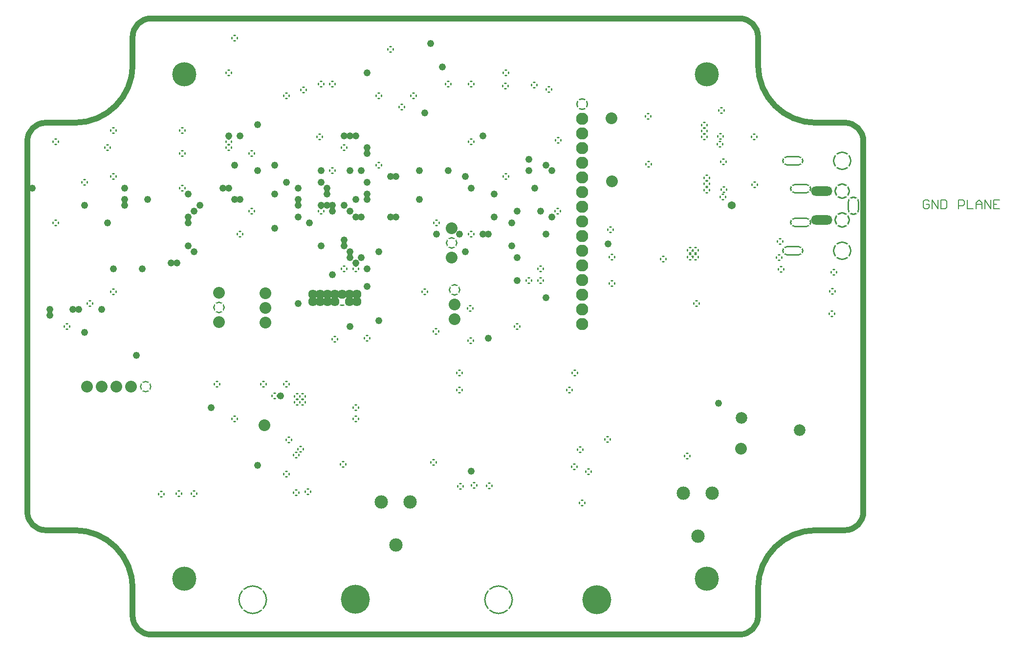
<source format=gbr>
%TF.GenerationSoftware,Altium Limited,Altium Designer,21.0.9 (235)*%
G04 Layer_Physical_Order=2*
G04 Layer_Color=32768*
%FSLAX26Y26*%
%MOIN*%
%TF.SameCoordinates,617CA12B-F850-4EA5-9EC3-0E5FEE419536*%
%TF.FilePolarity,Negative*%
%TF.FileFunction,Copper,L2,Inr,Plane*%
%TF.Part,Single*%
G01*
G75*
%TA.AperFunction,NonConductor*%
%ADD84C,0.006000*%
%ADD107C,0.040000*%
%TA.AperFunction,ComponentPad*%
%ADD108C,0.080000*%
G04:AMPARAMS|DCode=109|XSize=80mil|YSize=80mil|CornerRadius=0mil|HoleSize=0mil|Usage=FLASHONLY|Rotation=0.000|XOffset=0mil|YOffset=0mil|HoleType=Round|Shape=Relief|Width=10mil|Gap=10mil|Entries=4|*
%AMTHD109*
7,0,0,0.080000,0.060000,0.010000,45*
%
%ADD109THD109*%
%TA.AperFunction,ViaPad*%
%ADD110C,0.165000*%
%TA.AperFunction,ComponentPad*%
%ADD111C,0.079370*%
%ADD112C,0.083307*%
G04:AMPARAMS|DCode=113|XSize=83.307mil|YSize=83.307mil|CornerRadius=0mil|HoleSize=0mil|Usage=FLASHONLY|Rotation=0.000|XOffset=0mil|YOffset=0mil|HoleType=Round|Shape=Relief|Width=10mil|Gap=10mil|Entries=4|*
%AMTHD113*
7,0,0,0.083307,0.063307,0.010000,45*
%
%ADD113THD113*%
%ADD114C,0.080157*%
G04:AMPARAMS|DCode=115|XSize=80.157mil|YSize=80.157mil|CornerRadius=0mil|HoleSize=0mil|Usage=FLASHONLY|Rotation=0.000|XOffset=0mil|YOffset=0mil|HoleType=Round|Shape=Relief|Width=10mil|Gap=10mil|Entries=4|*
%AMTHD115*
7,0,0,0.080157,0.060157,0.010000,45*
%
%ADD115THD115*%
G04:AMPARAMS|DCode=116|XSize=106.929mil|YSize=106.929mil|CornerRadius=0mil|HoleSize=0mil|Usage=FLASHONLY|Rotation=0.000|XOffset=0mil|YOffset=0mil|HoleType=Round|Shape=Relief|Width=10mil|Gap=10mil|Entries=4|*
%AMTHD116*
7,0,0,0.106929,0.086929,0.010000,45*
%
%ADD116THD116*%
G04:AMPARAMS|DCode=117|XSize=126.614mil|YSize=126.614mil|CornerRadius=0mil|HoleSize=0mil|Usage=FLASHONLY|Rotation=0.000|XOffset=0mil|YOffset=0mil|HoleType=Round|Shape=Relief|Width=10mil|Gap=10mil|Entries=4|*
%AMTHD117*
7,0,0,0.126614,0.106614,0.010000,45*
%
%ADD117THD117*%
%AMTHOVALD118*
21,1,0.047244,0.079370,0,0,270.0*
1,1,0.079370,0.000000,0.023622*
1,1,0.079370,0.000000,-0.023622*
21,0,0.047244,0.059370,0,0,270.0*
1,0,0.059370,0.000000,0.023622*
1,0,0.059370,0.000000,-0.023622*
4,0,4,-0.003535,0.020087,-0.031597,0.048148,-0.024526,0.055219,0.003535,0.027157,-0.003535,0.020087,0.0*
4,0,4,-0.003535,-0.027157,0.024526,-0.055219,0.031597,-0.048148,0.003535,-0.020087,-0.003535,-0.027157,0.0*
4,0,4,-0.003535,0.027157,0.024526,0.055219,0.031597,0.048148,0.003535,0.020087,-0.003535,0.027157,0.0*
4,0,4,-0.003535,-0.020087,-0.031597,-0.048148,-0.024526,-0.055219,0.003535,-0.027157,-0.003535,-0.020087,0.0*
%
%ADD118THOVALD118*%

%AMTHOVALD119*
21,1,0.082677,0.063622,0,0,180.0*
1,1,0.063622,0.041339,0.000000*
1,1,0.063622,-0.041339,0.000000*
21,0,0.082677,0.043622,0,0,180.0*
1,0,0.043622,0.041339,0.000000*
1,0,0.043622,-0.041339,0.000000*
4,0,4,0.037803,0.003535,0.060297,0.026029,0.067368,0.018958,0.044874,-0.003535,0.037803,0.003535,0.0*
4,0,4,-0.044874,0.003535,-0.067368,-0.018958,-0.060297,-0.026029,-0.037803,-0.003535,-0.044874,0.003535,0.0*
4,0,4,0.044874,0.003535,0.067368,-0.018958,0.060297,-0.026029,0.037803,-0.003535,0.044874,0.003535,0.0*
4,0,4,-0.037803,0.003535,-0.060297,0.026029,-0.067368,0.018958,-0.044874,-0.003535,-0.037803,0.003535,0.0*
%
%ADD119THOVALD119*%

%ADD120O,0.146299X0.063622*%
G04:AMPARAMS|DCode=121|XSize=197.48mil|YSize=197.48mil|CornerRadius=0mil|HoleSize=0mil|Usage=FLASHONLY|Rotation=0.000|XOffset=0mil|YOffset=0mil|HoleType=Round|Shape=Relief|Width=10mil|Gap=10mil|Entries=4|*
%AMTHD121*
7,0,0,0.197480,0.177480,0.010000,45*
%
%ADD121THD121*%
%ADD122C,0.197480*%
%ADD123C,0.063622*%
G04:AMPARAMS|DCode=124|XSize=63.622mil|YSize=63.622mil|CornerRadius=0mil|HoleSize=0mil|Usage=FLASHONLY|Rotation=0.000|XOffset=0mil|YOffset=0mil|HoleType=Round|Shape=Relief|Width=10mil|Gap=10mil|Entries=4|*
%AMTHD124*
7,0,0,0.063622,0.043622,0.010000,45*
%
%ADD124THD124*%
%ADD125C,0.091181*%
%TA.AperFunction,ViaPad*%
G04:AMPARAMS|DCode=126|XSize=48mil|YSize=48mil|CornerRadius=0mil|HoleSize=0mil|Usage=FLASHONLY|Rotation=0.000|XOffset=0mil|YOffset=0mil|HoleType=Round|Shape=Relief|Width=10mil|Gap=10mil|Entries=4|*
%AMTHD126*
7,0,0,0.048000,0.028000,0.010000,45*
%
%ADD126THD126*%
%ADD127C,0.054000*%
%ADD128C,0.048000*%
G04:AMPARAMS|DCode=129|XSize=47.874mil|YSize=47.874mil|CornerRadius=0mil|HoleSize=0mil|Usage=FLASHONLY|Rotation=0.000|XOffset=0mil|YOffset=0mil|HoleType=Round|Shape=Relief|Width=10mil|Gap=10mil|Entries=4|*
%AMTHD129*
7,0,0,0.047874,0.027874,0.010000,45*
%
%ADD129THD129*%
D84*
X7295987Y4080984D02*
X7285990Y4090981D01*
X7265997D01*
X7256000Y4080984D01*
Y4040997D01*
X7265997Y4031000D01*
X7285990D01*
X7295987Y4040997D01*
Y4060990D01*
X7275993D01*
X7315981Y4031000D02*
Y4090981D01*
X7355968Y4031000D01*
Y4090981D01*
X7375961D02*
Y4031000D01*
X7405952D01*
X7415948Y4040997D01*
Y4080984D01*
X7405952Y4090981D01*
X7375961D01*
X7495922Y4031000D02*
Y4090981D01*
X7525913D01*
X7535909Y4080984D01*
Y4060990D01*
X7525913Y4050994D01*
X7495922D01*
X7555903Y4090981D02*
Y4031000D01*
X7595890D01*
X7615884D02*
Y4070987D01*
X7635877Y4090981D01*
X7655871Y4070987D01*
Y4031000D01*
Y4060990D01*
X7615884D01*
X7675864Y4031000D02*
Y4090981D01*
X7715851Y4031000D01*
Y4090981D01*
X7775832D02*
X7735845D01*
Y4031000D01*
X7775832D01*
X7735845Y4060990D02*
X7755838D01*
D107*
X1146577Y1964940D02*
G03*
X1271577Y1839940I125000J0D01*
G01*
Y4618744D02*
G03*
X1146577Y4493744I0J-125000D01*
G01*
X1469968Y4618744D02*
G03*
X1864969Y5013745I0J395001D01*
G01*
X1989969Y5330143D02*
G03*
X1864969Y5205143I0J-125000D01*
G01*
X6129785D02*
G03*
X6004785Y5330143I-125000J0D01*
G01*
X6129785Y5013745D02*
G03*
X6524786Y4618744I395001J0D01*
G01*
X6848178Y4493744D02*
G03*
X6723178Y4618744I-125000J0D01*
G01*
Y1839940D02*
G03*
X6848178Y1964940I0J125000D01*
G01*
X6524786Y1839940D02*
G03*
X6129785Y1444940I0J-395001D01*
G01*
X6004785Y1128542D02*
G03*
X6129785Y1253542I0J125000D01*
G01*
X1864969D02*
G03*
X1989969Y1128542I125000J0D01*
G01*
X1864969Y1444940D02*
G03*
X1469968Y1839940I-395001J0D01*
G01*
X1146576Y1964940D02*
X1146577D01*
X1146576D02*
Y4493744D01*
X1146577Y4493744D01*
X1271577Y4618744D02*
X1469968D01*
X1864969Y5013745D02*
Y5205143D01*
X1989969Y5330143D02*
X6004785D01*
X6129785Y5013745D02*
Y5205143D01*
X6524786Y4618744D02*
X6723178D01*
X6848178Y1964940D02*
Y4493744D01*
X6524786Y1839940D02*
X6723178D01*
X6129785Y1253542D02*
Y1444940D01*
X1989969Y1128542D02*
X6004785D01*
X1864969Y1253542D02*
Y1444940D01*
X1271577Y1839940D02*
X1469968D01*
D108*
X6015000Y2395000D02*
D03*
X5135000Y4220000D02*
D03*
X5130000Y4650000D02*
D03*
X2765000Y2555000D02*
D03*
X1855000Y2820000D02*
D03*
X1755000D02*
D03*
X1655000D02*
D03*
X1555000D02*
D03*
D109*
X1955000D02*
D03*
D110*
X5778627Y1510592D02*
D03*
Y4948092D02*
D03*
X2216127D02*
D03*
Y1510592D02*
D03*
D111*
X6415000Y2521000D02*
D03*
X6015394Y2607220D02*
D03*
D112*
X4930000Y3245000D02*
D03*
Y3345000D02*
D03*
Y3645000D02*
D03*
Y3745000D02*
D03*
Y3845000D02*
D03*
Y4045000D02*
D03*
Y4145000D02*
D03*
Y4345000D02*
D03*
Y4545000D02*
D03*
Y4645000D02*
D03*
Y4445000D02*
D03*
Y4245000D02*
D03*
Y3945000D02*
D03*
Y3545000D02*
D03*
Y3445000D02*
D03*
D113*
Y4745000D02*
D03*
D114*
X4060000Y3280000D02*
D03*
Y3380000D02*
D03*
X4040000Y3899832D02*
D03*
Y3699832D02*
D03*
X2770000Y3255000D02*
D03*
Y3355000D02*
D03*
Y3455000D02*
D03*
X2455000Y3260000D02*
D03*
Y3460000D02*
D03*
D115*
X4060000Y3480000D02*
D03*
X4040000Y3799832D02*
D03*
X2455000Y3360000D02*
D03*
D116*
X6702795Y4151850D02*
D03*
Y3955000D02*
D03*
D117*
Y4360512D02*
D03*
Y3746339D02*
D03*
D118*
X6781535Y4053425D02*
D03*
D119*
X6368150Y4360512D02*
D03*
Y3746339D02*
D03*
X6421299Y4167598D02*
D03*
Y3939252D02*
D03*
D120*
X6565000Y4151850D02*
D03*
Y3955000D02*
D03*
D121*
X4360000Y1365000D02*
D03*
X2685000D02*
D03*
D122*
X5030000D02*
D03*
X3385000Y1370000D02*
D03*
D123*
X3395000Y3450000D02*
D03*
Y3400000D02*
D03*
X3345000Y3450000D02*
D03*
Y3400000D02*
D03*
X3295000Y3450000D02*
D03*
X3245000D02*
D03*
Y3400000D02*
D03*
X3195000Y3450000D02*
D03*
Y3400000D02*
D03*
X3145000Y3450000D02*
D03*
Y3400000D02*
D03*
X3095000Y3450000D02*
D03*
Y3400000D02*
D03*
D124*
X3295000D02*
D03*
D125*
X5818425Y2093425D02*
D03*
X5621575D02*
D03*
X5720000Y1798150D02*
D03*
X3758425Y2033425D02*
D03*
X3561575D02*
D03*
X3660000Y1738150D02*
D03*
D126*
X4766000Y4498000D02*
D03*
X4704000Y4847000D02*
D03*
X4408000Y4869000D02*
D03*
X4604000Y4875000D02*
D03*
X3243000Y3144000D02*
D03*
X3933000Y3196000D02*
D03*
X4171000Y3132000D02*
D03*
X4168000Y3353000D02*
D03*
X4916000Y2389000D02*
D03*
X4876000Y2274000D02*
D03*
X4975000Y2240000D02*
D03*
X5648000Y2346000D02*
D03*
X5105000Y2458000D02*
D03*
X3141000Y4522000D02*
D03*
X5133000Y3521000D02*
D03*
Y3704000D02*
D03*
X5125000Y3889000D02*
D03*
X5381000Y4663000D02*
D03*
X5879000Y4701000D02*
D03*
X5869000Y4473000D02*
D03*
X5875000Y4525000D02*
D03*
X6103000Y4522000D02*
D03*
X5382000Y4337000D02*
D03*
X6107000Y4196000D02*
D03*
X5894000Y4351000D02*
D03*
X5890000Y4113000D02*
D03*
X5897000Y4163000D02*
D03*
X6634000Y3315000D02*
D03*
X6638000Y3468000D02*
D03*
X6648000Y3598000D02*
D03*
X6281000Y3809000D02*
D03*
X6275000Y3700000D02*
D03*
X6287000Y3620000D02*
D03*
X5484000Y3690000D02*
D03*
X4930000Y2026000D02*
D03*
X4099000Y2140000D02*
D03*
X3916000Y2302000D02*
D03*
X3299000Y2289000D02*
D03*
X2912905Y2222095D02*
D03*
X2980000Y2095000D02*
D03*
X3060000Y2103000D02*
D03*
X4298000Y2141000D02*
D03*
X4194000Y2147000D02*
D03*
X2931000Y2455000D02*
D03*
X3011000Y2392000D02*
D03*
X2980000Y2354000D02*
D03*
X2061000Y2086000D02*
D03*
X2180000Y2088000D02*
D03*
X2285000Y2090000D02*
D03*
X3543307Y4330709D02*
D03*
X3228347Y4291339D02*
D03*
X3149606Y4015748D02*
D03*
X3307087Y4448819D02*
D03*
X1732284Y4251968D02*
D03*
X1692913Y4448819D02*
D03*
X2204724Y4409449D02*
D03*
Y4173228D02*
D03*
X1732284Y4566929D02*
D03*
X2204724D02*
D03*
X4645669Y3622047D02*
D03*
X4409449Y4251968D02*
D03*
X1417323Y3228347D02*
D03*
X2913386Y2834646D02*
D03*
X1574803Y3385827D02*
D03*
X2834646Y2755905D02*
D03*
X2559055Y2598425D02*
D03*
X2519685Y4960630D02*
D03*
X4488189Y3228347D02*
D03*
X2440945Y2834646D02*
D03*
X4409449Y4960630D02*
D03*
X3228347Y4881890D02*
D03*
X3622047Y5118110D02*
D03*
X3937008Y3937008D02*
D03*
X3149606Y4881890D02*
D03*
X3031496Y4842520D02*
D03*
X3385827Y2598425D02*
D03*
X2559055Y5196850D02*
D03*
X4094488Y2913386D02*
D03*
X4173228Y4881890D02*
D03*
X3307087Y3622047D02*
D03*
X4015748Y4881890D02*
D03*
X2519685Y4488189D02*
D03*
X3385827Y3622047D02*
D03*
X3700787Y4724409D02*
D03*
X3543307Y4803150D02*
D03*
X4173228Y4488189D02*
D03*
X3385827Y2677165D02*
D03*
X2755905Y2834646D02*
D03*
X2677165Y4409449D02*
D03*
X4881890Y2913386D02*
D03*
X4094488Y2795276D02*
D03*
X2913386Y4803150D02*
D03*
X1338583Y3937008D02*
D03*
X3779528Y4803150D02*
D03*
X2519685Y4448819D02*
D03*
X1338583Y4488189D02*
D03*
X2677165Y4015748D02*
D03*
X4645669Y3543307D02*
D03*
X1732284Y3464567D02*
D03*
X4842520Y2795276D02*
D03*
X5708661Y3385827D02*
D03*
X4763779Y4015748D02*
D03*
X4566929Y3543307D02*
D03*
X4173228Y3858268D02*
D03*
X3464567Y3149606D02*
D03*
X2598425Y3858268D02*
D03*
X1535433Y4212598D02*
D03*
X3858268Y3464567D02*
D03*
D127*
X5949000Y4055000D02*
D03*
D128*
X2716535Y2283465D02*
D03*
X4173228Y2244095D02*
D03*
X3543307Y3267716D02*
D03*
Y3740157D02*
D03*
X2519685Y4527559D02*
D03*
X3346457Y4291339D02*
D03*
X2244095Y3779528D02*
D03*
X3385827Y3661417D02*
D03*
X3346457Y3740157D02*
D03*
X2283465D02*
D03*
X3346457Y3700787D02*
D03*
X3464567Y4094488D02*
D03*
X3818898D02*
D03*
X1692913Y3937008D02*
D03*
X4685039Y3425197D02*
D03*
X1299213Y3307087D02*
D03*
X1732284Y3622047D02*
D03*
X1929134D02*
D03*
X3385827Y3976378D02*
D03*
X2992126Y4055118D02*
D03*
X2322835D02*
D03*
X2244095Y3937008D02*
D03*
X3149606Y4055118D02*
D03*
X2992126Y3976378D02*
D03*
X2244095D02*
D03*
Y4133858D02*
D03*
X3188976D02*
D03*
X1811024Y4173228D02*
D03*
Y4094488D02*
D03*
X3149606Y4291339D02*
D03*
X3070866Y3937008D02*
D03*
X1456693Y3346457D02*
D03*
X1496063D02*
D03*
X1653543D02*
D03*
X4251968Y4527559D02*
D03*
X2834646Y3897638D02*
D03*
X4448819Y3937008D02*
D03*
X3858268Y4685039D02*
D03*
X3464567Y4409449D02*
D03*
X1811024Y4055118D02*
D03*
X1299213Y3346457D02*
D03*
X4251968Y3858268D02*
D03*
X1889764Y3031496D02*
D03*
X3346457Y3228347D02*
D03*
X3897638Y5157480D02*
D03*
X1181102Y4173228D02*
D03*
X4724409Y4291339D02*
D03*
Y3976378D02*
D03*
X4291339Y3149606D02*
D03*
X1535433Y3188976D02*
D03*
X3818898Y4291339D02*
D03*
X4015748D02*
D03*
X4133858Y3740157D02*
D03*
X3937008Y3858268D02*
D03*
X2125984Y3661417D02*
D03*
X1535433Y4055118D02*
D03*
X5861000Y2706000D02*
D03*
X5107000Y3794000D02*
D03*
X2913386Y4212598D02*
D03*
X3149606D02*
D03*
X2598425Y4527559D02*
D03*
X3307087D02*
D03*
X3346457D02*
D03*
X2716535Y4606299D02*
D03*
X3622047Y3976378D02*
D03*
X3661417D02*
D03*
X2598425Y4094488D02*
D03*
X2283465Y4015748D02*
D03*
X2992126Y3385827D02*
D03*
X3149606Y3779528D02*
D03*
X3464567Y3503937D02*
D03*
X3425197Y3700787D02*
D03*
X4566929Y4370079D02*
D03*
X4685039Y4330709D02*
D03*
X4645669Y4015748D02*
D03*
X4685039Y3858268D02*
D03*
X3976378Y5000000D02*
D03*
X3425197Y3976378D02*
D03*
X2834646Y4133858D02*
D03*
X3425197Y4291339D02*
D03*
X2480315Y4173228D02*
D03*
X3464567Y4448819D02*
D03*
X2716535Y4291339D02*
D03*
X3464567Y4960630D02*
D03*
X2992126Y4173228D02*
D03*
X2519685D02*
D03*
X3385827Y4527559D02*
D03*
X2834646Y4330709D02*
D03*
X2559055D02*
D03*
X3188976Y4173228D02*
D03*
X4488189Y3700787D02*
D03*
X4566929Y4291339D02*
D03*
X3228347Y4055118D02*
D03*
X4488189Y3543307D02*
D03*
X3464567Y3622047D02*
D03*
X3188976Y4055118D02*
D03*
X2992126Y4094488D02*
D03*
X4173228Y4173228D02*
D03*
X3228347Y4015748D02*
D03*
X4606299Y4173228D02*
D03*
X3228347Y3582677D02*
D03*
X4330709Y4133858D02*
D03*
X3307087Y4055118D02*
D03*
Y3818898D02*
D03*
X4330709Y3976378D02*
D03*
X3307087Y3779528D02*
D03*
X4291339Y3858268D02*
D03*
X3346457Y4015748D02*
D03*
X4488189D02*
D03*
X3464567Y4133858D02*
D03*
X2401575Y2677165D02*
D03*
X3385827Y4094488D02*
D03*
X2874016Y2755905D02*
D03*
X3661417Y4251968D02*
D03*
X4133858D02*
D03*
X3464567Y4212598D02*
D03*
X4094488Y3858268D02*
D03*
X4448819Y3779528D02*
D03*
X3622047Y4251968D02*
D03*
X2165354Y3661417D02*
D03*
X2559055Y4094488D02*
D03*
X1968504D02*
D03*
D129*
X5685000Y3724770D02*
D03*
X5667283Y3701148D02*
D03*
Y3748392D02*
D03*
X5702717D02*
D03*
Y3701148D02*
D03*
X5780000Y4241551D02*
D03*
Y4201000D02*
D03*
Y4160449D02*
D03*
X5765000Y4602102D02*
D03*
Y4561551D02*
D03*
Y4521000D02*
D03*
X3024685Y2712191D02*
D03*
X2985315D02*
D03*
X3024685Y2751561D02*
D03*
X2985315D02*
D03*
%TF.MD5,fc8eed6ef4ccd7316a1de8aa5fa092a5*%
M02*

</source>
